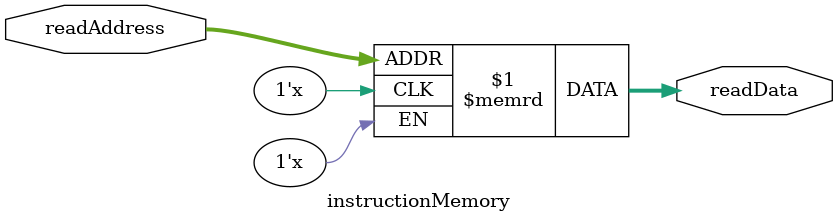
<source format=v>
module instructionMemory(
    input wire  [31:0]  readAddress,
    output wire [31:0]  readData
);

reg [31:0] registers [0:(2**32)-1];
assign readData = registers[readAddress];

endmodule
</source>
